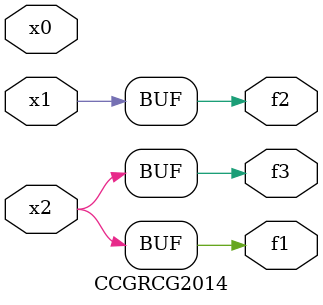
<source format=v>
module CCGRCG2014(
	input x0, x1, x2,
	output f1, f2, f3
);
	assign f1 = x2;
	assign f2 = x1;
	assign f3 = x2;
endmodule

</source>
